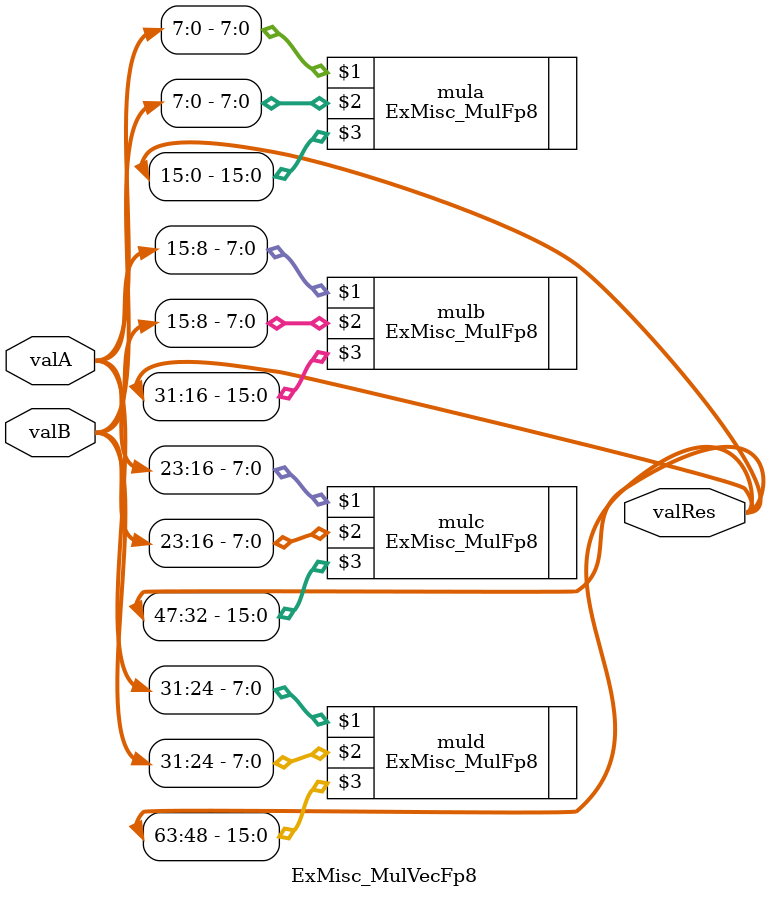
<source format=v>
`ifndef HAS_ExMisc_MulVecFp8
`define HAS_ExMisc_MulVecFp8

`include "ExMisc_MulFp8.v"

module ExMisc_MulVecFp8(valA, valB, valRes);

input[31:0] valA;
input[31:0] valB;
output[63:0] valRes;

ExMisc_MulFp8	mula(valA[ 7: 0], valB[ 7: 0], valRes[15: 0]);
ExMisc_MulFp8	mulb(valA[15: 8], valB[15: 8], valRes[31:16]);
ExMisc_MulFp8	mulc(valA[23:16], valB[23:16], valRes[47:32]);
ExMisc_MulFp8	muld(valA[31:24], valB[31:24], valRes[63:48]);

endmodule

`endif

</source>
